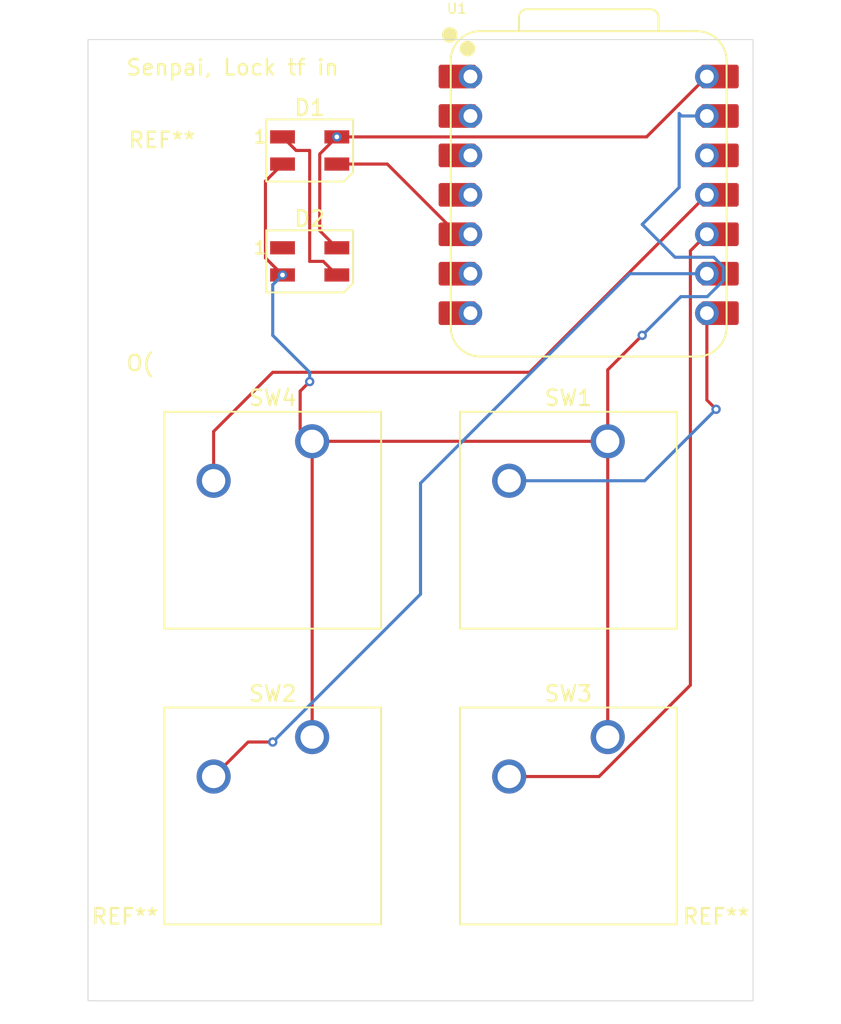
<source format=kicad_pcb>
(kicad_pcb (version 20241229) (generator "pcbnew") (generator_version "9.0")
  (layers (0 "F.Cu" signal) (2 "B.Cu" signal) (13 "F.Paste" user) (15 "B.Paste" user) (5 "F.SilkS" user "F.Silkscreen") (7 "B.SilkS" user "B.Silkscreen") (1 "F.Mask" user) (3 "B.Mask" user) (25 "Edge.Cuts" user))
  (net 0 "")
  (net 1 "Net-(D1-DOUT)")
  (net 2 "+5V")
  (net 3 "GND")
  (net 4 "Net-(D1-DIN)")
  (net 6 "Net-(U1-GPIO1{slash}RX)")
  (net 7 "Net-(U1-GPIO2{slash}SCK)")
  (net 8 "Net-(U1-GPIO4{slash}MISO)")
  (net 9 "Net-(U1-GPIO3{slash}MOSI)")
  (footprint "LED_SMD:LED_SK6812MINI_PLCC4_3.5x3.5mm_P1.75mm" (layer "F.Cu") (at 88.10625 52.3875)
    (property "Reference" "D1" (at 0 -2.75 0) (layer "F.SilkS"))
    (property "Value" "SK6812MINI")
    (fp_line (start -2.8 -2) (end -2.8 2) (stroke (width 0.12)) (layer "F.SilkS"))
    (fp_line (start -2.8 -2) (end 2.8 -2) (stroke (width 0.12)) (layer "F.SilkS"))
    (fp_line (start -2.8 2) (end 2.2 2) (stroke (width 0.12)) (layer "F.SilkS"))
    (fp_line (start 2.8 1.4) (end 2.2 2) (stroke (width 0.12)) (layer "F.SilkS"))
    (fp_line (start 2.8 1.4) (end 2.8 -2) (stroke (width 0.12)) (layer "F.SilkS"))
    (fp_text user "1" (at -3.2 -0.875 0) (layer "F.SilkS") (effects (font (size 0.8 0.8))))
    (pad "1" smd rect (at -1.75 -0.875) (size 1.6 0.85) (layers "F.Cu" "F.Mask" "F.Paste") (net 1 "Net-(D1-DOUT)"))
    (pad "2" smd rect (at -1.75 0.875) (size 1.6 0.85) (layers "F.Cu" "F.Mask" "F.Paste") (net 3 "GND"))
    (pad "3" smd rect (at 1.75 0.875) (size 1.6 0.85) (layers "F.Cu" "F.Mask" "F.Paste") (net 4 "Net-(D1-DIN)"))
    (pad "4" smd rect (at 1.75 -0.875) (size 1.6 0.85) (layers "F.Cu" "F.Mask" "F.Paste") (net 2 "+5V"))
  )
  (footprint "Button_Switch_Keyboard:SW_Cherry_MX_1.00u_PCB" (layer "F.Cu") (at 107.315 90.17)
    (property "Reference" "SW3" (at -2.54 -2.794 0) (layer "F.SilkS"))
    (property "Value" "SW_Push")
    (fp_line (start -9.525 -1.905) (end 4.445 -1.905) (stroke (width 0.12)) (layer "F.SilkS"))
    (fp_line (start -9.525 12.065) (end -9.525 -1.905) (stroke (width 0.12)) (layer "F.SilkS"))
    (fp_line (start 4.445 -1.905) (end 4.445 12.065) (stroke (width 0.12)) (layer "F.SilkS"))
    (fp_line (start 4.445 12.065) (end -9.525 12.065) (stroke (width 0.12)) (layer "F.SilkS"))
    (pad "" np_thru_hole circle (at -7.62 5.08) (size 1.7 1.7) (drill 1.7) (layers "*.Cu" "*.Mask"))
    (pad "" np_thru_hole circle (at -2.54 5.08) (size 4 4) (drill 4) (layers "*.Cu" "*.Mask"))
    (pad "" np_thru_hole circle (at 2.54 5.08) (size 1.7 1.7) (drill 1.7) (layers "*.Cu" "*.Mask"))
    (pad "1" thru_hole circle (at 0 0) (size 2.2 2.2) (drill 1.5) (layers "*.Cu" "*.Mask") (net 3 "GND"))
    (pad "2" thru_hole circle (at -6.35 2.54) (size 2.2 2.2) (drill 1.5) (layers "*.Cu" "*.Mask") (net 8 "Net-(U1-GPIO4{slash}MISO)"))
  )
  (footprint "Button_Switch_Keyboard:SW_Cherry_MX_1.00u_PCB" (layer "F.Cu") (at 88.265 71.12)
    (property "Reference" "SW4" (at -2.54 -2.794 0) (layer "F.SilkS"))
    (property "Value" "SW_Push")
    (fp_line (start -9.525 -1.905) (end 4.445 -1.905) (stroke (width 0.12)) (layer "F.SilkS"))
    (fp_line (start -9.525 12.065) (end -9.525 -1.905) (stroke (width 0.12)) (layer "F.SilkS"))
    (fp_line (start 4.445 -1.905) (end 4.445 12.065) (stroke (width 0.12)) (layer "F.SilkS"))
    (fp_line (start 4.445 12.065) (end -9.525 12.065) (stroke (width 0.12)) (layer "F.SilkS"))
    (pad "" np_thru_hole circle (at -7.62 5.08) (size 1.7 1.7) (drill 1.7) (layers "*.Cu" "*.Mask"))
    (pad "" np_thru_hole circle (at -2.54 5.08) (size 4 4) (drill 4) (layers "*.Cu" "*.Mask"))
    (pad "" np_thru_hole circle (at 2.54 5.08) (size 1.7 1.7) (drill 1.7) (layers "*.Cu" "*.Mask"))
    (pad "1" thru_hole circle (at 0 0) (size 2.2 2.2) (drill 1.5) (layers "*.Cu" "*.Mask") (net 3 "GND"))
    (pad "2" thru_hole circle (at -6.35 2.54) (size 2.2 2.2) (drill 1.5) (layers "*.Cu" "*.Mask") (net 9 "Net-(U1-GPIO3{slash}MOSI)"))
  )
  (footprint "Button_Switch_Keyboard:SW_Cherry_MX_1.00u_PCB" (layer "F.Cu") (at 107.315 71.12)
    (property "Reference" "SW1" (at -2.54 -2.794 0) (layer "F.SilkS"))
    (property "Value" "SW_Push")
    (fp_line (start -9.525 -1.905) (end 4.445 -1.905) (stroke (width 0.12)) (layer "F.SilkS"))
    (fp_line (start -9.525 12.065) (end -9.525 -1.905) (stroke (width 0.12)) (layer "F.SilkS"))
    (fp_line (start 4.445 -1.905) (end 4.445 12.065) (stroke (width 0.12)) (layer "F.SilkS"))
    (fp_line (start 4.445 12.065) (end -9.525 12.065) (stroke (width 0.12)) (layer "F.SilkS"))
    (pad "" np_thru_hole circle (at -7.62 5.08) (size 1.7 1.7) (drill 1.7) (layers "*.Cu" "*.Mask"))
    (pad "" np_thru_hole circle (at -2.54 5.08) (size 4 4) (drill 4) (layers "*.Cu" "*.Mask"))
    (pad "" np_thru_hole circle (at 2.54 5.08) (size 1.7 1.7) (drill 1.7) (layers "*.Cu" "*.Mask"))
    (pad "1" thru_hole circle (at 0 0) (size 2.2 2.2) (drill 1.5) (layers "*.Cu" "*.Mask") (net 3 "GND"))
    (pad "2" thru_hole circle (at -6.35 2.54) (size 2.2 2.2) (drill 1.5) (layers "*.Cu" "*.Mask") (net 6 "Net-(U1-GPIO1{slash}RX)"))
  )
  (footprint "MountingHole:MountingHole_2.1mm" (layer "F.Cu") (at 76.2 104.775)
    (property "Reference" "REF**" (at 0 -3.05 0) (layer "F.SilkS"))
    (property "Value" "MountingHole_2.1mm")
    (pad "" np_thru_hole circle (at 0 0) (size 2.1 2.1) (drill 2.1) (layers "*.Cu" "*.Mask"))
  )
  (footprint "LED_SMD:LED_SK6812MINI_PLCC4_3.5x3.5mm_P1.75mm" (layer "F.Cu") (at 88.10625 59.53125)
    (property "Reference" "D2" (at 0 -2.75 0) (layer "F.SilkS"))
    (property "Value" "SK6812MINI")
    (fp_line (start -2.8 -2) (end -2.8 2) (stroke (width 0.12)) (layer "F.SilkS"))
    (fp_line (start -2.8 -2) (end 2.8 -2) (stroke (width 0.12)) (layer "F.SilkS"))
    (fp_line (start -2.8 2) (end 2.2 2) (stroke (width 0.12)) (layer "F.SilkS"))
    (fp_line (start 2.8 1.4) (end 2.2 2) (stroke (width 0.12)) (layer "F.SilkS"))
    (fp_line (start 2.8 1.4) (end 2.8 -2) (stroke (width 0.12)) (layer "F.SilkS"))
    (fp_text user "1" (at -3.2 -0.875 0) (layer "F.SilkS") (effects (font (size 0.8 0.8))))
    (pad "1" smd rect (at -1.75 -0.875) (size 1.6 0.85) (layers "F.Cu" "F.Mask" "F.Paste"))
    (pad "2" smd rect (at -1.75 0.875) (size 1.6 0.85) (layers "F.Cu" "F.Mask" "F.Paste") (net 3 "GND"))
    (pad "3" smd rect (at 1.75 0.875) (size 1.6 0.85) (layers "F.Cu" "F.Mask" "F.Paste") (net 1 "Net-(D1-DOUT)"))
    (pad "4" smd rect (at 1.75 -0.875) (size 1.6 0.85) (layers "F.Cu" "F.Mask" "F.Paste") (net 2 "+5V"))
  )
  (footprint "XIAO_PCB:XIAO-RP2040-DIP" (layer "F.Cu") (at 106.08625 55.245)
    (property "Reference" "U1" (at -8.5 -12 0) (layer "F.SilkS") (effects (font (size 0.635 0.635) (thickness 0.1016))))
    (property "Value" "XIAO-RP2040-DIP")
    (fp_line (start -8.89 8.509) (end -8.89 -8.636) (stroke (width 0.127)) (layer "F.SilkS"))
    (fp_line (start -6.985 10.414) (end 6.985 10.414) (stroke (width 0.127)) (layer "F.SilkS"))
    (fp_line (start -4.495 -10.541) (end -4.491272 -11.451272) (stroke (width 0.127)) (layer "F.SilkS"))
    (fp_line (start -3.991272 -11.951) (end 4.004 -11.951) (stroke (width 0.127)) (layer "F.SilkS"))
    (fp_line (start 4.504 -11.451) (end 4.504 -10.541) (stroke (width 0.127)) (layer "F.SilkS"))
    (fp_line (start 6.985 -10.541) (end -6.985 -10.541) (stroke (width 0.1)) (layer "F.SilkS"))
    (fp_line (start 6.985 -10.541) (end -6.985 -10.541) (stroke (width 0.127)) (layer "F.SilkS"))
    (fp_line (start 8.89 8.509) (end 8.89 -8.636) (stroke (width 0.127)) (layer "F.SilkS"))
    (fp_arc (start -8.89 -8.636) (mid -8.332038 -9.983038) (end -6.985 -10.541) (stroke (width 0.127)) (layer "F.SilkS"))
    (fp_arc (start -6.985 10.414) (mid -8.332038 9.856038) (end -8.89 8.509) (stroke (width 0.127)) (layer "F.SilkS"))
    (fp_arc (start -4.491272 -11.451272) (mid -4.344728 -11.80464) (end -3.991272 -11.951) (stroke (width 0.127)) (layer "F.SilkS"))
    (fp_arc (start 4.004 -11.951) (mid 4.357553 -11.804553) (end 4.504 -11.451) (stroke (width 0.127)) (layer "F.SilkS"))
    (fp_arc (start 6.985 -10.541) (mid 8.332038 -9.983038) (end 8.89 -8.636) (stroke (width 0.127)) (layer "F.SilkS"))
    (fp_arc (start 8.89 8.509) (mid 8.332038 9.856038) (end 6.985 10.414) (stroke (width 0.127)) (layer "F.SilkS"))
    (fp_circle (center -8.95 -10.3) (end -8.95 -10.554) (stroke (width 0.5)) (fill yes) (layer "F.SilkS"))
    (fp_circle (center -7.807 -9.42) (end -7.807 -9.674) (stroke (width 0.5)) (fill yes) (layer "F.SilkS"))
    (pad "1" smd roundrect (at -8.455 -7.62 180) (size 2.432 1.524) (layers "F.Cu" "F.Mask") (roundrect_rratio 0.1))
    (pad "1" thru_hole circle (at -7.62 -7.62 180) (size 1.524 1.524) (drill 0.889) (layers "*.Cu" "*.Mask"))
    (pad "2" smd roundrect (at -8.455 -5.08 180) (size 2.432 1.524) (layers "F.Cu" "F.Mask") (roundrect_rratio 0.1))
    (pad "2" thru_hole circle (at -7.62 -5.08 180) (size 1.524 1.524) (drill 0.889) (layers "*.Cu" "*.Mask"))
    (pad "3" smd roundrect (at -8.455 -2.54 180) (size 2.432 1.524) (layers "F.Cu" "F.Mask") (roundrect_rratio 0.1))
    (pad "3" thru_hole circle (at -7.62 -2.54 180) (size 1.524 1.524) (drill 0.889) (layers "*.Cu" "*.Mask"))
    (pad "4" smd roundrect (at -8.455 0 180) (size 2.432 1.524) (layers "F.Cu" "F.Mask") (roundrect_rratio 0.1))
    (pad "4" thru_hole circle (at -7.62 0 180) (size 1.524 1.524) (drill 0.889) (layers "*.Cu" "*.Mask"))
    (pad "5" smd roundrect (at -8.455 2.54 180) (size 2.432 1.524) (layers "F.Cu" "F.Mask") (roundrect_rratio 0.1) (net 4 "Net-(D1-DIN)"))
    (pad "5" thru_hole circle (at -7.62 2.54 180) (size 1.524 1.524) (drill 0.889) (layers "*.Cu" "*.Mask") (net 4 "Net-(D1-DIN)"))
    (pad "6" smd roundrect (at -8.455 5.08 180) (size 2.432 1.524) (layers "F.Cu" "F.Mask") (roundrect_rratio 0.1))
    (pad "6" thru_hole circle (at -7.62 5.08 180) (size 1.524 1.524) (drill 0.889) (layers "*.Cu" "*.Mask"))
    (pad "7" smd roundrect (at -8.455 7.62 180) (size 2.432 1.524) (layers "F.Cu" "F.Mask") (roundrect_rratio 0.1))
    (pad "7" thru_hole circle (at -7.62 7.62 180) (size 1.524 1.524) (drill 0.889) (layers "*.Cu" "*.Mask"))
    (pad "8" thru_hole circle (at 7.62 7.62) (size 1.524 1.524) (drill 0.889) (layers "*.Cu" "*.Mask") (net 6 "Net-(U1-GPIO1{slash}RX)"))
    (pad "8" smd roundrect (at 8.455 7.62) (size 2.432 1.524) (layers "F.Cu" "F.Mask") (roundrect_rratio 0.1) (net 6 "Net-(U1-GPIO1{slash}RX)"))
    (pad "9" thru_hole circle (at 7.62 5.08) (size 1.524 1.524) (drill 0.889) (layers "*.Cu" "*.Mask") (net 7 "Net-(U1-GPIO2{slash}SCK)"))
    (pad "9" smd roundrect (at 8.455 5.08) (size 2.432 1.524) (layers "F.Cu" "F.Mask") (roundrect_rratio 0.1) (net 7 "Net-(U1-GPIO2{slash}SCK)"))
    (pad "10" thru_hole circle (at 7.62 2.54) (size 1.524 1.524) (drill 0.889) (layers "*.Cu" "*.Mask") (net 8 "Net-(U1-GPIO4{slash}MISO)"))
    (pad "10" smd roundrect (at 8.455 2.54) (size 2.432 1.524) (layers "F.Cu" "F.Mask") (roundrect_rratio 0.1) (net 8 "Net-(U1-GPIO4{slash}MISO)"))
    (pad "11" thru_hole circle (at 7.62 0) (size 1.524 1.524) (drill 0.889) (layers "*.Cu" "*.Mask") (net 9 "Net-(U1-GPIO3{slash}MOSI)"))
    (pad "11" smd roundrect (at 8.455 0) (size 2.432 1.524) (layers "F.Cu" "F.Mask") (roundrect_rratio 0.1) (net 9 "Net-(U1-GPIO3{slash}MOSI)"))
    (pad "12" thru_hole circle (at 7.62 -2.54) (size 1.524 1.524) (drill 0.889) (layers "*.Cu" "*.Mask"))
    (pad "12" smd roundrect (at 8.455 -2.54) (size 2.432 1.524) (layers "F.Cu" "F.Mask") (roundrect_rratio 0.1))
    (pad "13" thru_hole circle (at 7.62 -5.08) (size 1.524 1.524) (drill 0.889) (layers "*.Cu" "*.Mask") (net 3 "GND"))
    (pad "13" smd roundrect (at 8.455 -5.08) (size 2.432 1.524) (layers "F.Cu" "F.Mask") (roundrect_rratio 0.1) (net 3 "GND"))
    (pad "14" thru_hole circle (at 7.62 -7.62) (size 1.524 1.524) (drill 0.889) (layers "*.Cu" "*.Mask") (net 2 "+5V"))
    (pad "14" smd roundrect (at 8.455 -7.62) (size 2.432 1.524) (layers "F.Cu" "F.Mask") (roundrect_rratio 0.1) (net 2 "+5V"))
  )
  (footprint "MountingHole:MountingHole_2.1mm" (layer "F.Cu") (at 78.58125 54.76875)
    (property "Reference" "REF**" (at 0 -3.05 0) (layer "F.SilkS"))
    (property "Value" "MountingHole_2.1mm")
    (pad "" np_thru_hole circle (at 0 0) (size 2.1 2.1) (drill 2.1) (layers "*.Cu" "*.Mask"))
  )
  (footprint "Button_Switch_Keyboard:SW_Cherry_MX_1.00u_PCB" (layer "F.Cu") (at 88.265 90.17)
    (property "Reference" "SW2" (at -2.54 -2.794 0) (layer "F.SilkS"))
    (property "Value" "SW_Push")
    (fp_line (start -9.525 -1.905) (end 4.445 -1.905) (stroke (width 0.12)) (layer "F.SilkS"))
    (fp_line (start -9.525 12.065) (end -9.525 -1.905) (stroke (width 0.12)) (layer "F.SilkS"))
    (fp_line (start 4.445 -1.905) (end 4.445 12.065) (stroke (width 0.12)) (layer "F.SilkS"))
    (fp_line (start 4.445 12.065) (end -9.525 12.065) (stroke (width 0.12)) (layer "F.SilkS"))
    (pad "" np_thru_hole circle (at -7.62 5.08) (size 1.7 1.7) (drill 1.7) (layers "*.Cu" "*.Mask"))
    (pad "" np_thru_hole circle (at -2.54 5.08) (size 4 4) (drill 4) (layers "*.Cu" "*.Mask"))
    (pad "" np_thru_hole circle (at 2.54 5.08) (size 1.7 1.7) (drill 1.7) (layers "*.Cu" "*.Mask"))
    (pad "1" thru_hole circle (at 0 0) (size 2.2 2.2) (drill 1.5) (layers "*.Cu" "*.Mask") (net 3 "GND"))
    (pad "2" thru_hole circle (at -6.35 2.54) (size 2.2 2.2) (drill 1.5) (layers "*.Cu" "*.Mask") (net 7 "Net-(U1-GPIO2{slash}SCK)"))
  )
  (footprint "MountingHole:MountingHole_2.1mm" (layer "F.Cu") (at 114.3 104.775)
    (property "Reference" "REF**" (at 0 -3.05 0) (layer "F.SilkS"))
    (property "Value" "MountingHole_2.1mm")
    (pad "" np_thru_hole circle (at 0 0) (size 2.1 2.1) (drill 2.1) (layers "*.Cu" "*.Mask"))
  )
  (gr_rect (start 73.81875 45.24375) (end 116.68125 107.15625) (stroke (width 0.05)) (fill no) (layer "Edge.Cuts"))
  (gr_text "O(" (at 76.2 66.675 0) (layer "F.SilkS") (effects (font (size 1 1)) (justify left bottom)))
  (gr_text "Senpai, Lock tf in" (at 76.2 47.625 0) (layer "F.SilkS") (effects (font (size 1 1)) (justify left bottom)))
  (segment (start 86.35625 51.5125) (end 87.23125 52.3875) (width 0.2) (layer "F.Cu") (net 1))
  (segment (start 87.23125 52.3875) (end 88.10625 52.3875) (width 0.2) (layer "F.Cu") (net 1))
  (segment (start 88.98125 59.53125) (end 89.85625 60.40625) (width 0.2) (layer "F.Cu") (net 1))
  (segment (start 88.10625 52.3875) (end 88.10625 59.53125) (width 0.2) (layer "F.Cu") (net 1))
  (segment (start 88.10625 59.53125) (end 88.98125 59.53125) (width 0.2) (layer "F.Cu") (net 1))
  (segment (start 88.75525 57.55525) (end 88.75525 52.6135) (width 0.2) (layer "F.Cu") (net 2))
  (segment (start 109.81875 51.5125) (end 89.85625 51.5125) (width 0.2) (layer "F.Cu") (net 2))
  (segment (start 88.75525 52.6135) (end 89.85625 51.5125) (width 0.2) (layer "F.Cu") (net 2))
  (segment (start 89.85625 58.65625) (end 88.75525 57.55525) (width 0.2) (layer "F.Cu") (net 2))
  (segment (start 113.70625 47.625) (end 109.81875 51.5125) (width 0.2) (layer "F.Cu") (net 2))
  (via (at 89.85625 51.5125) (size 0.6) (drill 0.3) (layers "F.Cu" "B.Cu") (net 2))
  (segment (start 107.315 66.51625) (end 109.5375 64.29375) (width 0.2) (layer "F.Cu") (net 3))
  (segment (start 88.265 71.12) (end 107.315 71.12) (width 0.2) (layer "F.Cu") (net 3))
  (segment (start 85.25525 59.30525) (end 86.35625 60.40625) (width 0.2) (layer "F.Cu") (net 3))
  (segment (start 85.25525 54.3635) (end 85.25525 59.30525) (width 0.2) (layer "F.Cu") (net 3))
  (segment (start 87.49175 67.8895) (end 88.10625 67.275) (width 0.2) (layer "F.Cu") (net 3))
  (segment (start 88.265 71.12) (end 87.49175 70.34675) (width 0.2) (layer "F.Cu") (net 3))
  (segment (start 107.315 71.12) (end 107.315 90.17) (width 0.2) (layer "F.Cu") (net 3))
  (segment (start 113.70625 50.165) (end 114.54125 50.165) (width 0.2) (layer "F.Cu") (net 3))
  (segment (start 107.315 71.12) (end 107.315 66.51625) (width 0.2) (layer "F.Cu") (net 3))
  (segment (start 86.35625 53.2625) (end 85.25525 54.3635) (width 0.2) (layer "F.Cu") (net 3))
  (segment (start 88.265 71.12) (end 88.265 90.17) (width 0.2) (layer "F.Cu") (net 3))
  (segment (start 87.49175 70.34675) (end 87.49175 67.8895) (width 0.2) (layer "F.Cu") (net 3))
  (via (at 86.35625 60.40625) (size 0.6) (drill 0.3) (layers "F.Cu" "B.Cu") (net 3))
  (via (at 88.10625 67.275) (size 0.6) (drill 0.3) (layers "F.Cu" "B.Cu") (net 3))
  (via (at 109.5375 64.29375) (size 0.6) (drill 0.3) (layers "F.Cu" "B.Cu") (net 3))
  (segment (start 111.6495 59.262) (end 109.5375 57.15) (width 0.2) (layer "B.Cu") (net 3))
  (segment (start 111.91875 54.76875) (end 111.91875 50.00625) (width 0.2) (layer "B.Cu") (net 3))
  (segment (start 113.73256 61.802) (end 114.76925 60.76531) (width 0.2) (layer "B.Cu") (net 3))
  (segment (start 111.91875 50.00625) (end 112.0775 50.165) (width 0.2) (layer "B.Cu") (net 3))
  (segment (start 88.10625 67.275) (end 88.10625 66.675) (width 0.2) (layer "B.Cu") (net 3))
  (segment (start 88.10625 66.675) (end 85.725 64.29375) (width 0.2) (layer "B.Cu") (net 3))
  (segment (start 114.14656 59.262) (end 111.6495 59.262) (width 0.2) (layer "B.Cu") (net 3))
  (segment (start 109.5375 64.29375) (end 112.02925 61.802) (width 0.2) (layer "B.Cu") (net 3))
  (segment (start 114.76925 59.88469) (end 114.14656 59.262) (width 0.2) (layer "B.Cu") (net 3))
  (segment (start 85.725 61.0375) (end 86.35625 60.40625) (width 0.2) (layer "B.Cu") (net 3))
  (segment (start 85.725 64.29375) (end 85.725 61.0375) (width 0.2) (layer "B.Cu") (net 3))
  (segment (start 112.0775 50.165) (end 113.70625 50.165) (width 0.2) (layer "B.Cu") (net 3))
  (segment (start 114.76925 60.76531) (end 114.76925 59.88469) (width 0.2) (layer "B.Cu") (net 3))
  (segment (start 112.02925 61.802) (end 113.73256 61.802) (width 0.2) (layer "B.Cu") (net 3))
  (segment (start 109.5375 57.15) (end 111.91875 54.76875) (width 0.2) (layer "B.Cu") (net 3))
  (segment (start 89.85625 53.2625) (end 93.10875 53.2625) (width 0.2) (layer "F.Cu") (net 4))
  (segment (start 93.10875 53.2625) (end 97.63125 57.785) (width 0.2) (layer "F.Cu") (net 4))
  (segment (start 113.70625 68.4625) (end 114.3 69.05625) (width 0.2) (layer "F.Cu") (net 6))
  (segment (start 113.70625 62.865) (end 113.70625 68.4625) (width 0.2) (layer "F.Cu") (net 6))
  (via (at 114.3 69.05625) (size 0.6) (drill 0.3) (layers "F.Cu" "B.Cu") (net 6))
  (segment (start 114.3 69.05625) (end 109.69625 73.66) (width 0.2) (layer "B.Cu") (net 6))
  (segment (start 109.69625 73.66) (end 100.965 73.66) (width 0.2) (layer "B.Cu") (net 6))
  (segment (start 84.1375 90.4875) (end 85.725 90.4875) (width 0.2) (layer "F.Cu") (net 7))
  (segment (start 81.915 92.71) (end 84.1375 90.4875) (width 0.2) (layer "F.Cu") (net 7))
  (via (at 85.725 90.4875) (size 0.6) (drill 0.3) (layers "F.Cu" "B.Cu") (net 7))
  (segment (start 95.25 73.81875) (end 108.74375 60.325) (width 0.2) (layer "B.Cu") (net 7))
  (segment (start 95.25 80.9625) (end 95.25 73.81875) (width 0.2) (layer "B.Cu") (net 7))
  (segment (start 108.74375 60.325) (end 113.70625 60.325) (width 0.2) (layer "B.Cu") (net 7))
  (segment (start 85.725 90.4875) (end 95.25 80.9625) (width 0.2) (layer "B.Cu") (net 7))
  (segment (start 112.64325 86.823064) (end 112.64325 58.848) (width 0.2) (layer "F.Cu") (net 8))
  (segment (start 100.965 92.71) (end 106.756314 92.71) (width 0.2) (layer "F.Cu") (net 8))
  (segment (start 106.756314 92.71) (end 112.64325 86.823064) (width 0.2) (layer "F.Cu") (net 8))
  (segment (start 112.64325 58.848) (end 113.70625 57.785) (width 0.2) (layer "F.Cu") (net 8))
  (segment (start 81.915 73.66) (end 81.915 70.485) (width 0.2) (layer "F.Cu") (net 9))
  (segment (start 85.725 66.675) (end 102.27625 66.675) (width 0.2) (layer "F.Cu") (net 9))
  (segment (start 81.915 70.485) (end 85.725 66.675) (width 0.2) (layer "F.Cu") (net 9))
  (segment (start 102.27625 66.675) (end 113.70625 55.245) (width 0.2) (layer "F.Cu") (net 9))
)
</source>
